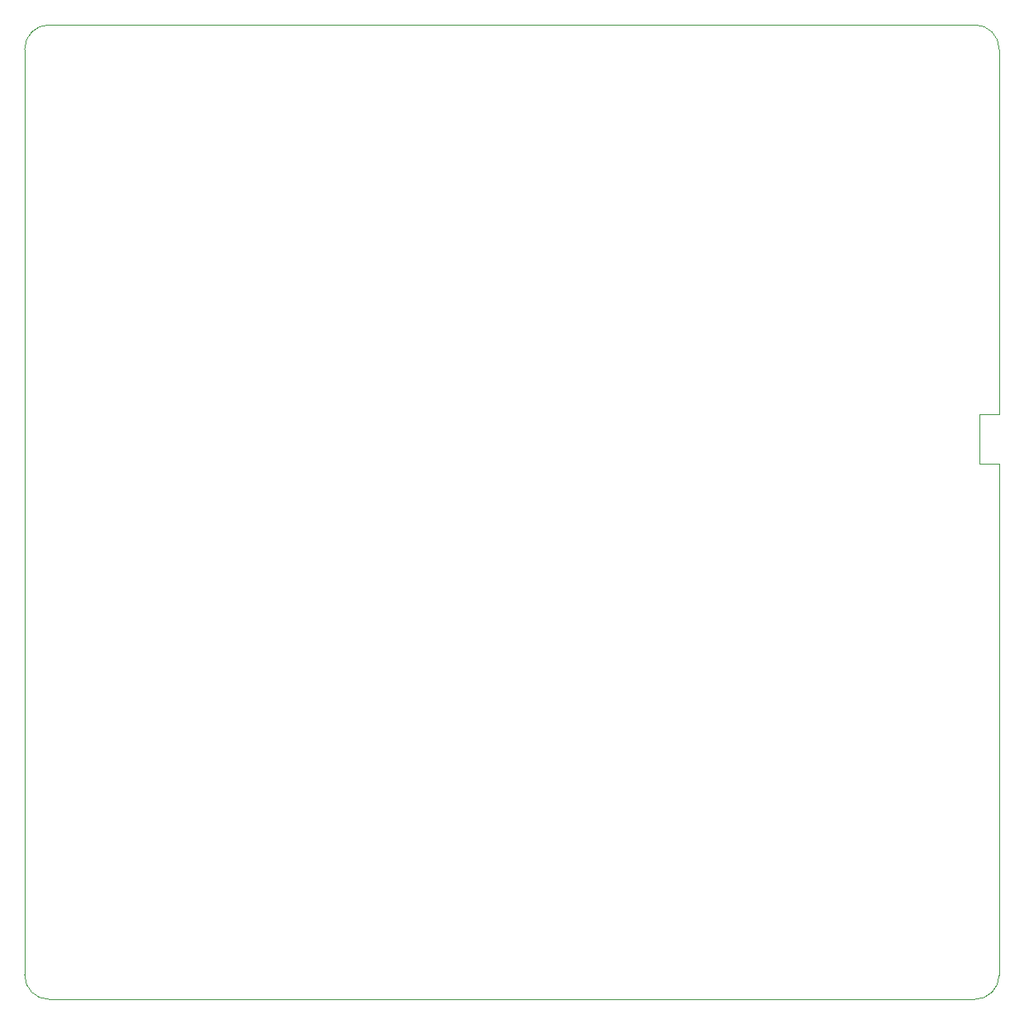
<source format=gm1>
G04 #@! TF.GenerationSoftware,KiCad,Pcbnew,(5.1.10)-1*
G04 #@! TF.CreationDate,2021-07-30T10:23:40+01:00*
G04 #@! TF.ProjectId,AudioYM2151,41756469-6f59-44d3-9231-35312e6b6963,rev?*
G04 #@! TF.SameCoordinates,Original*
G04 #@! TF.FileFunction,Profile,NP*
%FSLAX46Y46*%
G04 Gerber Fmt 4.6, Leading zero omitted, Abs format (unit mm)*
G04 Created by KiCad (PCBNEW (5.1.10)-1) date 2021-07-30 10:23:40*
%MOMM*%
%LPD*%
G01*
G04 APERTURE LIST*
G04 #@! TA.AperFunction,Profile*
%ADD10C,0.050000*%
G04 #@! TD*
G04 APERTURE END LIST*
D10*
X198000000Y-95000000D02*
X200000000Y-95000000D01*
X198000000Y-90000000D02*
X198000000Y-95000000D01*
X200000000Y-90000000D02*
X198000000Y-90000000D01*
X197500000Y-50000000D02*
G75*
G02*
X200000000Y-52500000I0J-2500000D01*
G01*
X100000000Y-52500000D02*
G75*
G02*
X102500000Y-50000000I2500000J0D01*
G01*
X102500000Y-150000000D02*
G75*
G02*
X100000000Y-147500000I0J2500000D01*
G01*
X200000000Y-147500000D02*
G75*
G02*
X197500000Y-150000000I-2500000J0D01*
G01*
X102500000Y-150000000D02*
X197500000Y-150000000D01*
X102500000Y-50000000D02*
X197500000Y-50000000D01*
X200000000Y-95000000D02*
X200000000Y-147500000D01*
X200000000Y-52500000D02*
X200000000Y-90000000D01*
X100000000Y-147500000D02*
X100000000Y-52500000D01*
M02*

</source>
